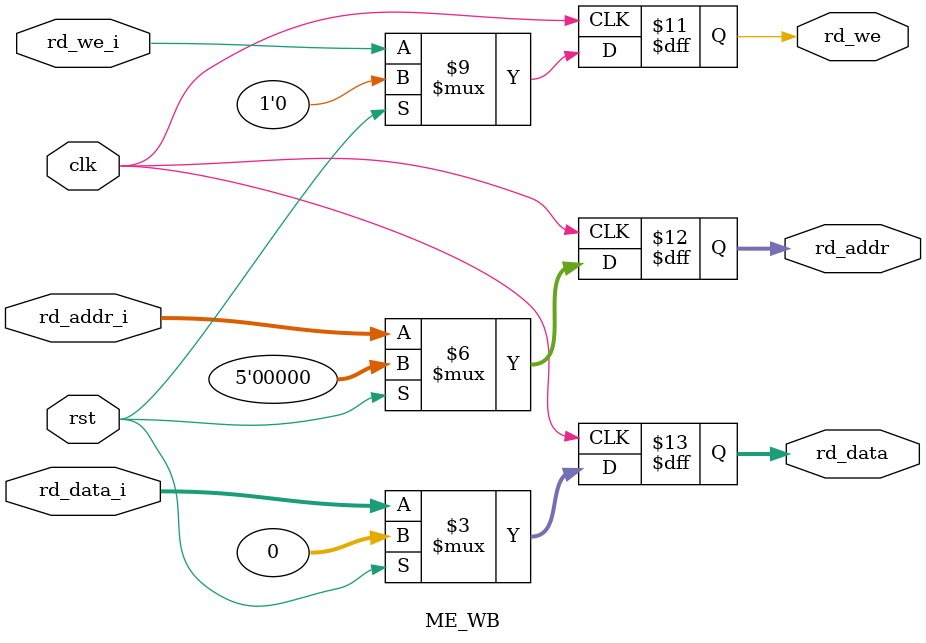
<source format=v>
`timescale 1ns/1ps
module ME_WB(
    input wire clk,
    input wire rst,

    input wire rd_we_i,
    input wire [4:0] rd_addr_i,
    input wire [31:0] rd_data_i,

    output reg rd_we,
    output reg [4:0] rd_addr,
    output reg [31:0] rd_data
);
    always @(posedge clk) begin
        if(rst)begin
            rd_we <= 1'b0;
            rd_addr <= 5'b0;
            rd_data <= 32'b0;
        end else begin
            rd_we <= rd_we_i;
            rd_addr <= rd_addr_i;
            rd_data <= rd_data_i;
        end
    end
endmodule
</source>
